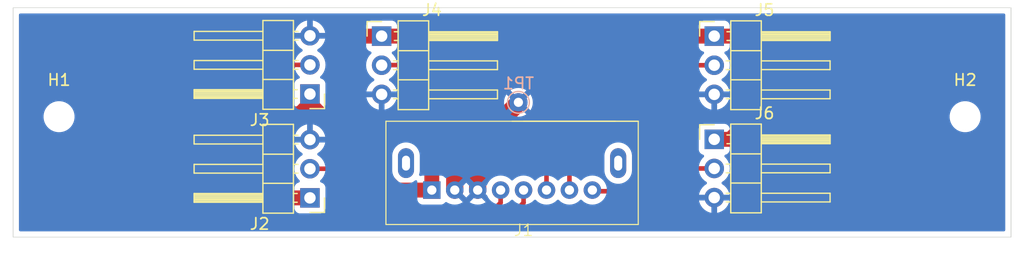
<source format=kicad_pcb>
(kicad_pcb (version 20240108) (generator "pcbnew") (generator_version "8.0")
  (layers (0 "F.Cu" signal) (31 "B.Cu" signal) (34 "B.Paste" user) (35 "F.Paste" user) (36 "B.SilkS" user "B.Silkscreen") (37 "F.SilkS" user "F.Silkscreen") (38 "B.Mask" user) (39 "F.Mask" user) (44 "Edge.Cuts" user))
  (net 0 "")
  (net 1 "Net-(J1-Pin_5)")
  (net 2 "Net-(J1-Pin_7)")
  (net 3 "Net-(J1-Pin_8)")
  (net 4 "+5V")
  (net 5 "GND")
  (net 6 "Net-(J1-Pin_6)")
  (net 7 "Net-(J1-Pin_4)")
  (footprint "molex_custom:Molex_2200291085" (layer "F.Cu") (at 132.5 77.9)
    (property "Reference" "J1" (at 0 -0.5 0) (layer "F.SilkS") (effects (font (thickness 0.1))))
    (property "Value" "Input")
    (fp_line (start -12 -10) (end -12 -1) (stroke (width 0.1)) (layer "F.SilkS"))
    (fp_line (start -12 -1) (end 10 -1) (stroke (width 0.1)) (layer "F.SilkS"))
    (fp_line (start -1 -10) (end 10 -10) (stroke (width 0.1)) (layer "F.SilkS"))
    (fp_line (start 0 -10) (end 8 -10) (stroke (width 0.1)) (layer "F.SilkS"))
    (fp_line (start 10 -10) (end -12 -10) (stroke (width 0.1)) (layer "F.SilkS"))
    (fp_line (start 10 -1) (end 10 -10) (stroke (width 0.1)) (layer "F.SilkS"))
    (pad "1" thru_hole rect (at -8 -4 90) (size 1.524 1.524) (drill 0.81) (layers "*.Cu" "*.Mask") (net 4 "+5V"))
    (pad "2" thru_hole circle (at -6 -4 90) (size 1.524 1.524) (drill 0.81) (layers "*.Cu" "*.Mask") (net 5 "GND"))
    (pad "3" thru_hole circle (at -4 -4 90) (size 1.524 1.524) (drill 0.81) (layers "*.Cu" "*.Mask") (net 5 "GND"))
    (pad "4" thru_hole circle (at -2 -4 90) (size 1.524 1.524) (drill 0.81) (layers "*.Cu" "*.Mask") (net 7 "Net-(J1-Pin_4)"))
    (pad "5" thru_hole circle (at 0 -4 90) (size 1.524 1.524) (drill 0.81) (layers "*.Cu" "*.Mask") (net 1 "Net-(J1-Pin_5)"))
    (pad "6" thru_hole circle (at 2 -4 90) (size 1.524 1.524) (drill 0.81) (layers "*.Cu" "*.Mask") (net 6 "Net-(J1-Pin_6)"))
    (pad "7" thru_hole circle (at 4 -4 90) (size 1.524 1.524) (drill 0.81) (layers "*.Cu" "*.Mask") (net 2 "Net-(J1-Pin_7)"))
    (pad "8" thru_hole circle (at 6 -4 90) (size 1.524 1.524) (drill 0.81) (layers "*.Cu" "*.Mask") (net 3 "Net-(J1-Pin_8)"))
    (pad "9" thru_hole oval (at -10.25 -6.35 270) (size 2.6 1.4) (drill oval 1.3 0.7) (layers "*.Cu" "*.Mask"))
    (pad "9" thru_hole oval (at 8.25 -6.35 270) (size 2.6 1.4) (drill oval 1.3 0.7) (layers "*.Cu" "*.Mask"))
  )
  (footprint "Connector_PinHeader_2.54mm:PinHeader_1x03_P2.54mm_Horizontal" (layer "F.Cu") (at 113.875 65.525 180)
    (property "Reference" "J3" (at 4.385 -2.27 180) (layer "F.SilkS"))
    (property "Value" "Motor 2")
    (fp_line (start 10.1 5.46) (end 4.1 5.46) (stroke (width 0.12)) (layer "F.SilkS"))
    (fp_line (start 10.1 4.7) (end 10.1 5.46) (stroke (width 0.12)) (layer "F.SilkS"))
    (fp_line (start 10.1 2.92) (end 4.1 2.92) (stroke (width 0.12)) (layer "F.SilkS"))
    (fp_line (start 10.1 2.16) (end 10.1 2.92) (stroke (width 0.12)) (layer "F.SilkS"))
    (fp_line (start 10.1 0.38) (end 4.1 0.38) (stroke (width 0.12)) (layer "F.SilkS"))
    (fp_line (start 10.1 -0.38) (end 10.1 0.38) (stroke (width 0.12)) (layer "F.SilkS"))
    (fp_line (start 4.1 6.41) (end 4.1 -1.33) (stroke (width 0.12)) (layer "F.SilkS"))
    (fp_line (start 4.1 4.7) (end 10.1 4.7) (stroke (width 0.12)) (layer "F.SilkS"))
    (fp_line (start 4.1 2.16) (end 10.1 2.16) (stroke (width 0.12)) (layer "F.SilkS"))
    (fp_line (start 4.1 0.28) (end 10.1 0.28) (stroke (width 0.12)) (layer "F.SilkS"))
    (fp_line (start 4.1 0.16) (end 10.1 0.16) (stroke (width 0.12)) (layer "F.SilkS"))
    (fp_line (start 4.1 0.04) (end 10.1 0.04) (stroke (width 0.12)) (layer "F.SilkS"))
    (fp_line (start 4.1 -0.08) (end 10.1 -0.08) (stroke (width 0.12)) (layer "F.SilkS"))
    (fp_line (start 4.1 -0.2) (end 10.1 -0.2) (stroke (width 0.12)) (layer "F.SilkS"))
    (fp_line (start 4.1 -0.32) (end 10.1 -0.32) (stroke (width 0.12)) (layer "F.SilkS"))
    (fp_line (start 4.1 -0.38) (end 10.1 -0.38) (stroke (width 0.12)) (layer "F.SilkS"))
    (fp_line (start 4.1 -1.33) (end 1.44 -1.33) (stroke (width 0.12)) (layer "F.SilkS"))
    (fp_line (start 1.44 6.41) (end 4.1 6.41) (stroke (width 0.12)) (layer "F.SilkS"))
    (fp_line (start 1.44 3.81) (end 4.1 3.81) (stroke (width 0.12)) (layer "F.SilkS"))
    (fp_line (start 1.44 1.27) (end 4.1 1.27) (stroke (width 0.12)) (layer "F.SilkS"))
    (fp_line (start 1.44 -1.33) (end 1.44 6.41) (stroke (width 0.12)) (layer "F.SilkS"))
    (fp_line (start 1.11 0.38) (end 1.44 0.38) (stroke (width 0.12)) (layer "F.SilkS"))
    (fp_line (start 1.11 -0.38) (end 1.44 -0.38) (stroke (width 0.12)) (layer "F.SilkS"))
    (fp_line (start 1.042929 5.46) (end 1.44 5.46) (stroke (width 0.12)) (layer "F.SilkS"))
    (fp_line (start 1.042929 4.7) (end 1.44 4.7) (stroke (width 0.12)) (layer "F.SilkS"))
    (fp_line (start 1.042929 2.92) (end 1.44 2.92) (stroke (width 0.12)) (layer "F.SilkS"))
    (fp_line (start 1.042929 2.16) (end 1.44 2.16) (stroke (width 0.12)) (layer "F.SilkS"))
    (fp_line (start -1.27 0) (end -1.27 -1.27) (stroke (width 0.12)) (layer "F.SilkS"))
    (fp_line (start -1.27 -1.27) (end 0 -1.27) (stroke (width 0.12)) (layer "F.SilkS"))
    (pad "1" thru_hole rect (at 0 0 180) (size 1.7 1.7) (drill 1) (layers "*.Cu" "*.Mask") (net 4 "+5V"))
    (pad "2" thru_hole oval (at 0 2.54 180) (size 1.7 1.7) (drill 1) (layers "*.Cu" "*.Mask") (net 1 "Net-(J1-Pin_5)"))
    (pad "3" thru_hole oval (at 0 5.08 180) (size 1.7 1.7) (drill 1) (layers "*.Cu" "*.Mask") (net 5 "GND"))
  )
  (footprint "Connector_PinHeader_2.54mm:PinHeader_1x03_P2.54mm_Horizontal" (layer "F.Cu") (at 149.125 69.475)
    (property "Reference" "J6" (at 4.385 -2.27 0) (layer "F.SilkS"))
    (property "Value" "Motor 5")
    (fp_line (start -1.27 -1.27) (end 0 -1.27) (stroke (width 0.12)) (layer "F.SilkS"))
    (fp_line (start -1.27 0) (end -1.27 -1.27) (stroke (width 0.12)) (layer "F.SilkS"))
    (fp_line (start 1.042929 2.16) (end 1.44 2.16) (stroke (width 0.12)) (layer "F.SilkS"))
    (fp_line (start 1.042929 2.92) (end 1.44 2.92) (stroke (width 0.12)) (layer "F.SilkS"))
    (fp_line (start 1.042929 4.7) (end 1.44 4.7) (stroke (width 0.12)) (layer "F.SilkS"))
    (fp_line (start 1.042929 5.46) (end 1.44 5.46) (stroke (width 0.12)) (layer "F.SilkS"))
    (fp_line (start 1.11 -0.38) (end 1.44 -0.38) (stroke (width 0.12)) (layer "F.SilkS"))
    (fp_line (start 1.11 0.38) (end 1.44 0.38) (stroke (width 0.12)) (layer "F.SilkS"))
    (fp_line (start 1.44 -1.33) (end 1.44 6.41) (stroke (width 0.12)) (layer "F.SilkS"))
    (fp_line (start 1.44 1.27) (end 4.1 1.27) (stroke (width 0.12)) (layer "F.SilkS"))
    (fp_line (start 1.44 3.81) (end 4.1 3.81) (stroke (width 0.12)) (layer "F.SilkS"))
    (fp_line (start 1.44 6.41) (end 4.1 6.41) (stroke (width 0.12)) (layer "F.SilkS"))
    (fp_line (start 4.1 -1.33) (end 1.44 -1.33) (stroke (width 0.12)) (layer "F.SilkS"))
    (fp_line (start 4.1 -0.38) (end 10.1 -0.38) (stroke (width 0.12)) (layer "F.SilkS"))
    (fp_line (start 4.1 -0.32) (end 10.1 -0.32) (stroke (width 0.12)) (layer "F.SilkS"))
    (fp_line (start 4.1 -0.2) (end 10.1 -0.2) (stroke (width 0.12)) (layer "F.SilkS"))
    (fp_line (start 4.1 -0.08) (end 10.1 -0.08) (stroke (width 0.12)) (layer "F.SilkS"))
    (fp_line (start 4.1 0.04) (end 10.1 0.04) (stroke (width 0.12)) (layer "F.SilkS"))
    (fp_line (start 4.1 0.16) (end 10.1 0.16) (stroke (width 0.12)) (layer "F.SilkS"))
    (fp_line (start 4.1 0.28) (end 10.1 0.28) (stroke (width 0.12)) (layer "F.SilkS"))
    (fp_line (start 4.1 2.16) (end 10.1 2.16) (stroke (width 0.12)) (layer "F.SilkS"))
    (fp_line (start 4.1 4.7) (end 10.1 4.7) (stroke (width 0.12)) (layer "F.SilkS"))
    (fp_line (start 4.1 6.41) (end 4.1 -1.33) (stroke (width 0.12)) (layer "F.SilkS"))
    (fp_line (start 10.1 -0.38) (end 10.1 0.38) (stroke (width 0.12)) (layer "F.SilkS"))
    (fp_line (start 10.1 0.38) (end 4.1 0.38) (stroke (width 0.12)) (layer "F.SilkS"))
    (fp_line (start 10.1 2.16) (end 10.1 2.92) (stroke (width 0.12)) (layer "F.SilkS"))
    (fp_line (start 10.1 2.92) (end 4.1 2.92) (stroke (width 0.12)) (layer "F.SilkS"))
    (fp_line (start 10.1 4.7) (end 10.1 5.46) (stroke (width 0.12)) (layer "F.SilkS"))
    (fp_line (start 10.1 5.46) (end 4.1 5.46) (stroke (width 0.12)) (layer "F.SilkS"))
    (pad "1" thru_hole rect (at 0 0) (size 1.7 1.7) (drill 1) (layers "*.Cu" "*.Mask") (net 4 "+5V"))
    (pad "2" thru_hole oval (at 0 2.54) (size 1.7 1.7) (drill 1) (layers "*.Cu" "*.Mask") (net 3 "Net-(J1-Pin_8)"))
    (pad "3" thru_hole oval (at 0 5.08) (size 1.7 1.7) (drill 1) (layers "*.Cu" "*.Mask") (net 5 "GND"))
  )
  (footprint "Connector_PinHeader_2.54mm:PinHeader_1x03_P2.54mm_Horizontal" (layer "F.Cu") (at 120.125 60.475)
    (property "Reference" "J4" (at 4.385 -2.27 0) (layer "F.SilkS"))
    (property "Value" "Motor 3")
    (fp_line (start -1.27 -1.27) (end 0 -1.27) (stroke (width 0.12)) (layer "F.SilkS"))
    (fp_line (start -1.27 0) (end -1.27 -1.27) (stroke (width 0.12)) (layer "F.SilkS"))
    (fp_line (start 1.042929 2.16) (end 1.44 2.16) (stroke (width 0.12)) (layer "F.SilkS"))
    (fp_line (start 1.042929 2.92) (end 1.44 2.92) (stroke (width 0.12)) (layer "F.SilkS"))
    (fp_line (start 1.042929 4.7) (end 1.44 4.7) (stroke (width 0.12)) (layer "F.SilkS"))
    (fp_line (start 1.042929 5.46) (end 1.44 5.46) (stroke (width 0.12)) (layer "F.SilkS"))
    (fp_line (start 1.11 -0.38) (end 1.44 -0.38) (stroke (width 0.12)) (layer "F.SilkS"))
    (fp_line (start 1.11 0.38) (end 1.44 0.38) (stroke (width 0.12)) (layer "F.SilkS"))
    (fp_line (start 1.44 -1.33) (end 1.44 6.41) (stroke (width 0.12)) (layer "F.SilkS"))
    (fp_line (start 1.44 1.27) (end 4.1 1.27) (stroke (width 0.12)) (layer "F.SilkS"))
    (fp_line (start 1.44 3.81) (end 4.1 3.81) (stroke (width 0.12)) (layer "F.SilkS"))
    (fp_line (start 1.44 6.41) (end 4.1 6.41) (stroke (width 0.12)) (layer "F.SilkS"))
    (fp_line (start 4.1 -1.33) (end 1.44 -1.33) (stroke (width 0.12)) (layer "F.SilkS"))
    (fp_line (start 4.1 -0.38) (end 10.1 -0.38) (stroke (width 0.12)) (layer "F.SilkS"))
    (fp_line (start 4.1 -0.32) (end 10.1 -0.32) (stroke (width 0.12)) (layer "F.SilkS"))
    (fp_line (start 4.1 -0.2) (end 10.1 -0.2) (stroke (width 0.12)) (layer "F.SilkS"))
    (fp_line (start 4.1 -0.08) (end 10.1 -0.08) (stroke (width 0.12)) (layer "F.SilkS"))
    (fp_line (start 4.1 0.04) (end 10.1 0.04) (stroke (width 0.12)) (layer "F.SilkS"))
    (fp_line (start 4.1 0.16) (end 10.1 0.16) (stroke (width 0.12)) (layer "F.SilkS"))
    (fp_line (start 4.1 0.28) (end 10.1 0.28) (stroke (width 0.12)) (layer "F.SilkS"))
    (fp_line (start 4.1 2.16) (end 10.1 2.16) (stroke (width 0.12)) (layer "F.SilkS"))
    (fp_line (start 4.1 4.7) (end 10.1 4.7) (stroke (width 0.12)) (layer "F.SilkS"))
    (fp_line (start 4.1 6.41) (end 4.1 -1.33) (stroke (width 0.12)) (layer "F.SilkS"))
    (fp_line (start 10.1 -0.38) (end 10.1 0.38) (stroke (width 0.12)) (layer "F.SilkS"))
    (fp_line (start 10.1 0.38) (end 4.1 0.38) (stroke (width 0.12)) (layer "F.SilkS"))
    (fp_line (start 10.1 2.16) (end 10.1 2.92) (stroke (width 0.12)) (layer "F.SilkS"))
    (fp_line (start 10.1 2.92) (end 4.1 2.92) (stroke (width 0.12)) (layer "F.SilkS"))
    (fp_line (start 10.1 4.7) (end 10.1 5.46) (stroke (width 0.12)) (layer "F.SilkS"))
    (fp_line (start 10.1 5.46) (end 4.1 5.46) (stroke (width 0.12)) (layer "F.SilkS"))
    (pad "1" thru_hole rect (at 0 0) (size 1.7 1.7) (drill 1) (layers "*.Cu" "*.Mask") (net 4 "+5V"))
    (pad "2" thru_hole oval (at 0 2.54) (size 1.7 1.7) (drill 1) (layers "*.Cu" "*.Mask") (net 6 "Net-(J1-Pin_6)"))
    (pad "3" thru_hole oval (at 0 5.08) (size 1.7 1.7) (drill 1) (layers "*.Cu" "*.Mask") (net 5 "GND"))
  )
  (footprint "MountingHole:MountingHole_2.2mm_M2" (layer "F.Cu") (at 171 67.5)
    (property "Reference" "H2" (at 0 -3.2 0) (layer "F.SilkS"))
    (property "Value" "MountingHole")
    (pad "" np_thru_hole circle (at 0 0) (size 2.2 2.2) (drill 2.2) (layers "*.Cu" "*.Mask"))
  )
  (footprint "Connector_PinHeader_2.54mm:PinHeader_1x03_P2.54mm_Horizontal" (layer "F.Cu") (at 113.875 74.58 180)
    (property "Reference" "J2" (at 4.385 -2.27 180) (layer "F.SilkS"))
    (property "Value" "Motor 1")
    (fp_line (start 10.1 5.46) (end 4.1 5.46) (stroke (width 0.12)) (layer "F.SilkS"))
    (fp_line (start 10.1 4.7) (end 10.1 5.46) (stroke (width 0.12)) (layer "F.SilkS"))
    (fp_line (start 10.1 2.92) (end 4.1 2.92) (stroke (width 0.12)) (layer "F.SilkS"))
    (fp_line (start 10.1 2.16) (end 10.1 2.92) (stroke (width 0.12)) (layer "F.SilkS"))
    (fp_line (start 10.1 0.38) (end 4.1 0.38) (stroke (width 0.12)) (layer "F.SilkS"))
    (fp_line (start 10.1 -0.38) (end 10.1 0.38) (stroke (width 0.12)) (layer "F.SilkS"))
    (fp_line (start 4.1 6.41) (end 4.1 -1.33) (stroke (width 0.12)) (layer "F.SilkS"))
    (fp_line (start 4.1 4.7) (end 10.1 4.7) (stroke (width 0.12)) (layer "F.SilkS"))
    (fp_line (start 4.1 2.16) (end 10.1 2.16) (stroke (width 0.12)) (layer "F.SilkS"))
    (fp_line (start 4.1 0.28) (end 10.1 0.28) (stroke (width 0.12)) (layer "F.SilkS"))
    (fp_line (start 4.1 0.16) (end 10.1 0.16) (stroke (width 0.12)) (layer "F.SilkS"))
    (fp_line (start 4.1 0.04) (end 10.1 0.04) (stroke (width 0.12)) (layer "F.SilkS"))
    (fp_line (start 4.1 -0.08) (end 10.1 -0.08) (stroke (width 0.12)) (layer "F.SilkS"))
    (fp_line (start 4.1 -0.2) (end 10.1 -0.2) (stroke (width 0.12)) (layer "F.SilkS"))
    (fp_line (start 4.1 -0.32) (end 10.1 -0.32) (stroke (width 0.12)) (layer "F.SilkS"))
    (fp_line (start 4.1 -0.38) (end 10.1 -0.38) (stroke (width 0.12)) (layer "F.SilkS"))
    (fp_line (start 4.1 -1.33) (end 1.44 -1.33) (stroke (width 0.12)) (layer "F.SilkS"))
    (fp_line (start 1.44 6.41) (end 4.1 6.41) (stroke (width 0.12)) (layer "F.SilkS"))
    (fp_line (start 1.44 3.81) (end 4.1 3.81) (stroke (width 0.12)) (layer "F.SilkS"))
    (fp_line (start 1.44 1.27) (end 4.1 1.27) (stroke (width 0.12)) (layer "F.SilkS"))
    (fp_line (start 1.44 -1.33) (end 1.44 6.41) (stroke (width 0.12)) (layer "F.SilkS"))
    (fp_line (start 1.11 0.38) (end 1.44 0.38) (stroke (width 0.12)) (layer "F.SilkS"))
    (fp_line (start 1.11 -0.38) (end 1.44 -0.38) (stroke (width 0.12)) (layer "F.SilkS"))
    (fp_line (start 1.042929 5.46) (end 1.44 5.46) (stroke (width 0.12)) (layer "F.SilkS"))
    (fp_line (start 1.042929 4.7) (end 1.44 4.7) (stroke (width 0.12)) (layer "F.SilkS"))
    (fp_line (start 1.042929 2.92) (end 1.44 2.92) (stroke (width 0.12)) (layer "F.SilkS"))
    (fp_line (start 1.042929 2.16) (end 1.44 2.16) (stroke (width 0.12)) (layer "F.SilkS"))
    (fp_line (start -1.27 0) (end -1.27 -1.27) (stroke (width 0.12)) (layer "F.SilkS"))
    (fp_line (start -1.27 -1.27) (end 0 -1.27) (stroke (width 0.12)) (layer "F.SilkS"))
    (pad "1" thru_hole rect (at 0 0 180) (size 1.7 1.7) (drill 1) (layers "*.Cu" "*.Mask") (net 4 "+5V"))
    (pad "2" thru_hole oval (at 0 2.54 180) (size 1.7 1.7) (drill 1) (layers "*.Cu" "*.Mask") (net 7 "Net-(J1-Pin_4)"))
    (pad "3" thru_hole oval (at 0 5.08 180) (size 1.7 1.7) (drill 1) (layers "*.Cu" "*.Mask") (net 5 "GND"))
  )
  (footprint "MountingHole:MountingHole_2.2mm_M2" (layer "F.Cu") (at 92 67.5)
    (property "Reference" "H1" (at 0 -3.2 0) (layer "F.SilkS"))
    (property "Value" "MountingHole")
    (pad "" np_thru_hole circle (at 0 0) (size 2.2 2.2) (drill 2.2) (layers "*.Cu" "*.Mask"))
  )
  (footprint "Connector_PinHeader_2.54mm:PinHeader_1x03_P2.54mm_Horizontal" (layer "F.Cu") (at 149.125 60.475)
    (property "Reference" "J5" (at 4.385 -2.27 0) (layer "F.SilkS"))
    (property "Value" "Motor 4")
    (fp_line (start -1.27 -1.27) (end 0 -1.27) (stroke (width 0.12)) (layer "F.SilkS"))
    (fp_line (start -1.27 0) (end -1.27 -1.27) (stroke (width 0.12)) (layer "F.SilkS"))
    (fp_line (start 1.042929 2.16) (end 1.44 2.16) (stroke (width 0.12)) (layer "F.SilkS"))
    (fp_line (start 1.042929 2.92) (end 1.44 2.92) (stroke (width 0.12)) (layer "F.SilkS"))
    (fp_line (start 1.042929 4.7) (end 1.44 4.7) (stroke (width 0.12)) (layer "F.SilkS"))
    (fp_line (start 1.042929 5.46) (end 1.44 5.46) (stroke (width 0.12)) (layer "F.SilkS"))
    (fp_line (start 1.11 -0.38) (end 1.44 -0.38) (stroke (width 0.12)) (layer "F.SilkS"))
    (fp_line (start 1.11 0.38) (end 1.44 0.38) (stroke (width 0.12)) (layer "F.SilkS"))
    (fp_line (start 1.44 -1.33) (end 1.44 6.41) (stroke (width 0.12)) (layer "F.SilkS"))
    (fp_line (start 1.44 1.27) (end 4.1 1.27) (stroke (width 0.12)) (layer "F.SilkS"))
    (fp_line (start 1.44 3.81) (end 4.1 3.81) (stroke (width 0.12)) (layer "F.SilkS"))
    (fp_line (start 1.44 6.41) (end 4.1 6.41) (stroke (width 0.12)) (layer "F.SilkS"))
    (fp_line (start 4.1 -1.33) (end 1.44 -1.33) (stroke (width 0.12)) (layer "F.SilkS"))
    (fp_line (start 4.1 -0.38) (end 10.1 -0.38) (stroke (width 0.12)) (layer "F.SilkS"))
    (fp_line (start 4.1 -0.32) (end 10.1 -0.32) (stroke (width 0.12)) (layer "F.SilkS"))
    (fp_line (start 4.1 -0.2) (end 10.1 -0.2) (stroke (width 0.12)) (layer "F.SilkS"))
    (fp_line (start 4.1 -0.08) (end 10.1 -0.08) (stroke (width 0.12)) (layer "F.SilkS"))
    (fp_line (start 4.1 0.04) (end 10.1 0.04) (stroke (width 0.12)) (layer "F.SilkS"))
    (fp_line (start 4.1 0.16) (end 10.1 0.16) (stroke (width 0.12)) (layer "F.SilkS"))
    (fp_line (start 4.1 0.28) (end 10.1 0.28) (stroke (width 0.12)) (layer "F.SilkS"))
    (fp_line (start 4.1 2.16) (end 10.1 2.16) (stroke (width 0.12)) (layer "F.SilkS"))
    (fp_line (start 4.1 4.7) (end 10.1 4.7) (stroke (width 0.12)) (layer "F.SilkS"))
    (fp_line (start 4.1 6.41) (end 4.1 -1.33) (stroke (width 0.12)) (layer "F.SilkS"))
    (fp_line (start 10.1 -0.38) (end 10.1 0.38) (stroke (width 0.12)) (layer "F.SilkS"))
    (fp_line (start 10.1 0.38) (end 4.1 0.38) (stroke (width 0.12)) (layer "F.SilkS"))
    (fp_line (start 10.1 2.16) (end 10.1 2.92) (stroke (width 0.12)) (layer "F.SilkS"))
    (fp_line (start 10.1 2.92) (end 4.1 2.92) (stroke (width 0.12)) (layer "F.SilkS"))
    (fp_line (start 10.1 4.7) (end 10.1 5.46) (stroke (width 0.12)) (layer "F.SilkS"))
    (fp_line (start 10.1 5.46) (end 4.1 5.46) (stroke (width 0.12)) (layer "F.SilkS"))
    (pad "1" thru_hole rect (at 0 0) (size 1.7 1.7) (drill 1) (layers "*.Cu" "*.Mask") (net 4 "+5V"))
    (pad "2" thru_hole oval (at 0 2.54) (size 1.7 1.7) (drill 1) (layers "*.Cu" "*.Mask") (net 2 "Net-(J1-Pin_7)"))
    (pad "3" thru_hole oval (at 0 5.08) (size 1.7 1.7) (drill 1) (layers "*.Cu" "*.Mask") (net 5 "GND"))
  )
  (footprint "TestPoint:TestPoint_Pad_D1.5mm" (layer "B.Cu") (at 132.05 66.25 180)
    (property "Reference" "TP1" (at 0 1.648 180) (layer "B.SilkS") (effects (justify mirror)))
    (property "Value" "TestPoint")
    (fp_circle (center 0 0) (end 0 -0.95) (stroke (width 0.12)) (fill none) (layer "B.SilkS"))
    (pad "1" smd circle (at 0 0 180) (size 1.5 1.5) (layers "B.Cu" "B.Mask") (net 5 "GND"))
  )
  (gr_rect (start 88 58) (end 175 78) (stroke (width 0.05)) (fill none) (layer "Edge.Cuts"))
  (gr_line (start 88 78) (end 88 58) (stroke (width 0.05)) (layer "Edge.Cuts"))
  (gr_line (start 175 78) (end 175 58) (stroke (width 0.05)) (layer "Edge.Cuts"))
  (segment (start 108.75 76.75) (end 130.75 76.75) (width 0.4) (layer "F.Cu") (net 1))
  (segment (start 113.875 62.985) (end 112.515 62.985) (width 0.4) (layer "F.Cu") (net 1))
  (segment (start 107.5 75.5) (end 108.75 76.75) (width 0.4) (layer "F.Cu") (net 1))
  (segment (start 112.515 62.985) (end 107.5 68) (width 0.4) (layer "F.Cu") (net 1))
  (segment (start 132.5 75) (end 132.5 73.9) (width 0.4) (layer "F.Cu") (net 1))
  (segment (start 130.75 76.75) (end 132.5 75) (width 0.4) (layer "F.Cu") (net 1))
  (segment (start 107.5 68) (end 107.5 75.5) (width 0.4) (layer "F.Cu") (net 1))
  (segment (start 136.5 71.5) (end 144.985 63.015) (width 0.4) (layer "F.Cu") (net 2))
  (segment (start 136.5 73.9) (end 136.5 71.5) (width 0.4) (layer "F.Cu") (net 2))
  (segment (start 144.985 63.015) (end 149.125 63.015) (width 0.4) (layer "F.Cu") (net 2))
  (segment (start 149.11 63) (end 149.125 63.015) (width 0.2) (layer "B.Cu") (net 2))
  (segment (start 144.5 74) (end 146.485 72.015) (width 0.4) (layer "F.Cu") (net 3))
  (segment (start 138.5 73.9) (end 138.6 74) (width 0.4) (layer "F.Cu") (net 3))
  (segment (start 138.6 74) (end 144.5 74) (width 0.4) (layer "F.Cu") (net 3))
  (segment (start 146.485 72.015) (end 149.125 72.015) (width 0.4) (layer "F.Cu") (net 3))
  (segment (start 114.75 67.25) (end 113 67.25) (width 1.3) (layer "F.Cu") (net 4))
  (segment (start 151.975 60.475) (end 152 60.5) (width 1.3) (layer "F.Cu") (net 4))
  (segment (start 113.875 65.525) (end 113.875 66.375) (width 1.3) (layer "F.Cu") (net 4))
  (segment (start 116.5 69) (end 114.75 67.25) (width 1.3) (layer "F.Cu") (net 4))
  (segment (start 152 60.5) (end 152 68) (width 1.3) (layer "F.Cu") (net 4))
  (segment (start 152 68) (end 150.525 69.475) (width 1.3) (layer "F.Cu") (net 4))
  (segment (start 111 73.5) (end 112.08 74.58) (width 1.3) (layer "F.Cu") (net 4))
  (segment (start 113.875 66.375) (end 113 67.25) (width 1.3) (layer "F.Cu") (net 4))
  (segment (start 117.025 60.475) (end 151.975 60.475) (width 1.3) (layer "F.Cu") (net 4))
  (segment (start 120.1 60.5) (end 120.125 60.475) (width 1.3) (layer "F.Cu") (net 4))
  (segment (start 118.25 67.25) (end 117 66) (width 1.3) (layer "F.Cu") (net 4))
  (segment (start 112.08 74.58) (end 113.875 74.58) (width 1.3) (layer "F.Cu") (net 4))
  (segment (start 124.5 73.9) (end 121.4 73.9) (width 1.3) (layer "F.Cu") (net 4))
  (segment (start 121.4 73.9) (end 116.5 69) (width 1.3) (layer "F.Cu") (net 4))
  (segment (start 117 60.5) (end 117.025 60.475) (width 1.3) (layer "F.Cu") (net 4))
  (segment (start 124.5 73.9) (end 124.5 68.5) (width 1.3) (layer "F.Cu") (net 4))
  (segment (start 119.5 68.5) (end 118.25 67.25) (width 1.3) (layer "F.Cu") (net 4))
  (segment (start 150.525 69.475) (end 149.125 69.475) (width 1.3) (layer "F.Cu") (net 4))
  (segment (start 117 66) (end 117 60.5) (width 1.3) (layer "F.Cu") (net 4))
  (segment (start 113 67.25) (end 111.75 67.25) (width 1.3) (layer "F.Cu") (net 4))
  (segment (start 124.5 68.5) (end 119.5 68.5) (width 1.3) (layer "F.Cu") (net 4))
  (segment (start 114.75 67.25) (end 113.875 66.375) (width 1.3) (layer "F.Cu") (net 4))
  (segment (start 111.75 67.25) (end 111 68) (width 1.3) (layer "F.Cu") (net 4))
  (segment (start 111 68) (end 111 73.5) (width 1.3) (layer "F.Cu") (net 4))
  (segment (start 132.05 66.3) (end 126.5 71.85) (width 1.5) (layer "F.Cu") (net 5))
  (segment (start 132.05 66.25) (end 132.05 66.3) (width 1.5) (layer "F.Cu") (net 5))
  (segment (start 128.5 69.85) (end 128.5 73.9) (width 1.5) (layer "F.Cu") (net 5))
  (segment (start 132.05 66.3) (end 128.5 69.85) (width 1.5) (layer "F.Cu") (net 5))
  (segment (start 126.5 71.85) (end 126.5 73.9) (width 1.5) (layer "F.Cu") (net 5))
  (via (at 132.05 66.25) (size 1.6) (drill 0.8) (layers "F.Cu" "B.Cu") (net 5))
  (segment (start 120.14 63) (end 120.125 63.015) (width 0.4) (layer "F.Cu") (net 6))
  (segment (start 134.5 73.9) (end 134.5 64.55) (width 0.4) (layer "F.Cu") (net 6))
  (segment (start 132.95 63) (end 120.14 63) (width 0.4) (layer "F.Cu") (net 6))
  (segment (start 134.5 64.55) (end 132.95 63) (width 0.4) (layer "F.Cu") (net 6))
  (segment (start 115.54 72.04) (end 119.25 75.75) (width 0.4) (layer "F.Cu") (net 7))
  (segment (start 115.54 72.04) (end 113.875 72.04) (width 0.4) (layer "F.Cu") (net 7))
  (segment (start 130.5 73.9) (end 130.5 75) (width 0.4) (layer "F.Cu") (net 7))
  (segment (start 130.5 75) (end 129.75 75.75) (width 0.4) (layer "F.Cu") (net 7))
  (segment (start 129.75 75.75) (end 119.25 75.75) (width 0.4) (layer "F.Cu") (net 7))
  (zone (net 5) (net_name "GND") (layer "B.Cu") (connect_pads (clearance 0.5)) (min_thickness 0.25) (fill yes (thermal_gap 0.5) (thermal_bridge_width 0.5))
    (polygon (pts (xy 88.5 77.5) (xy 174.5 77.5) (xy 174.5 58.5) (xy 88.5 58.5)))
  )
)
</source>
